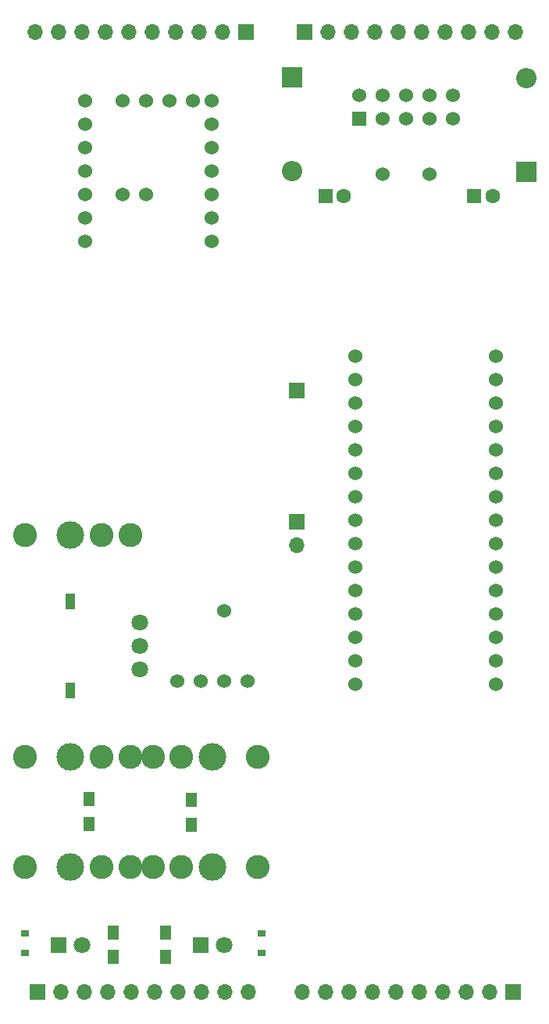
<source format=gbr>
G04 #@! TF.FileFunction,Soldermask,Bot*
%FSLAX46Y46*%
G04 Gerber Fmt 4.6, Leading zero omitted, Abs format (unit mm)*
G04 Created by KiCad (PCBNEW 4.0.7-e2-6376~58~ubuntu16.04.1) date Mon Jan 22 09:14:14 2018*
%MOMM*%
%LPD*%
G01*
G04 APERTURE LIST*
%ADD10C,0.100000*%
%ADD11C,1.524000*%
%ADD12R,1.600000X1.600000*%
%ADD13C,1.600000*%
%ADD14R,2.200000X2.200000*%
%ADD15O,2.200000X2.200000*%
%ADD16R,1.800000X1.800000*%
%ADD17C,1.800000*%
%ADD18R,0.900000X0.800000*%
%ADD19R,1.700000X1.700000*%
%ADD20O,1.700000X1.700000*%
%ADD21C,3.000000*%
%ADD22C,2.600000*%
%ADD23R,1.524000X1.524000*%
%ADD24R,1.300000X1.500000*%
%ADD25R,1.100000X1.800000*%
G04 APERTURE END LIST*
D10*
D11*
X78530000Y-89020000D03*
X78530000Y-91560000D03*
X78530000Y-94100000D03*
X78530000Y-96640000D03*
X78530000Y-99180000D03*
X78530000Y-101720000D03*
X78530000Y-104260000D03*
X78530000Y-106800000D03*
X78530000Y-109340000D03*
X78530000Y-111880000D03*
X78530000Y-114420000D03*
X78530000Y-116960000D03*
X78530000Y-119500000D03*
X78530000Y-122040000D03*
X78530000Y-124580000D03*
X93770000Y-124580000D03*
X93770000Y-122040000D03*
X93770000Y-119500000D03*
X93770000Y-116960000D03*
X93770000Y-114420000D03*
X93770000Y-111880000D03*
X93770000Y-109340000D03*
X93770000Y-106800000D03*
X93770000Y-104260000D03*
X93770000Y-101720000D03*
X93770000Y-99180000D03*
X93770000Y-96640000D03*
X93770000Y-94100000D03*
X93770000Y-91560000D03*
X93770000Y-89020000D03*
D12*
X75300000Y-71650000D03*
D13*
X77300000Y-71650000D03*
D12*
X91400000Y-71650000D03*
D13*
X93400000Y-71650000D03*
D11*
X81510000Y-69250000D03*
X86590000Y-69250000D03*
D14*
X71650000Y-58800000D03*
D15*
X71650000Y-68960000D03*
D14*
X97050000Y-69000000D03*
D15*
X97050000Y-58840000D03*
D16*
X46400000Y-152800000D03*
D17*
X48940000Y-152800000D03*
D16*
X61750000Y-152800000D03*
D17*
X64290000Y-152800000D03*
D18*
X42750000Y-151550000D03*
X42750000Y-153650000D03*
X68350000Y-151550000D03*
X68350000Y-153650000D03*
D11*
X49254000Y-68950000D03*
X49254000Y-66410000D03*
X49254000Y-63870000D03*
X49254000Y-61330000D03*
X49254000Y-71490000D03*
X49254000Y-74030000D03*
X49254000Y-76570000D03*
X53318000Y-61330000D03*
X55858000Y-61330000D03*
X58398000Y-61330000D03*
X60938000Y-61330000D03*
X53318000Y-71490000D03*
X55858000Y-71490000D03*
X62970000Y-68950000D03*
X62970000Y-66410000D03*
X62970000Y-63870000D03*
X62970000Y-61330000D03*
X62970000Y-71490000D03*
X62970000Y-74030000D03*
X62970000Y-76570000D03*
D19*
X72200000Y-106950000D03*
D20*
X72200000Y-109490000D03*
D19*
X72200000Y-92700000D03*
D21*
X47650000Y-108400000D03*
D22*
X42730000Y-108400000D03*
X51030000Y-108400000D03*
X54130000Y-108400000D03*
D11*
X84050000Y-60730000D03*
X86590000Y-60730000D03*
X89130000Y-60730000D03*
X81510000Y-60730000D03*
X78970000Y-60730000D03*
D23*
X78970000Y-63270000D03*
D11*
X81510000Y-63270000D03*
X84050000Y-63270000D03*
X86590000Y-63270000D03*
X89130000Y-63270000D03*
D21*
X47650000Y-144400000D03*
D22*
X42730000Y-144400000D03*
X51030000Y-144400000D03*
X54130000Y-144400000D03*
D21*
X63050000Y-144400000D03*
D22*
X67970000Y-144400000D03*
X59670000Y-144400000D03*
X56570000Y-144400000D03*
D21*
X47650000Y-132400000D03*
D22*
X42730000Y-132400000D03*
X51030000Y-132400000D03*
X54130000Y-132400000D03*
D21*
X63050000Y-132400000D03*
D22*
X67970000Y-132400000D03*
X59670000Y-132400000D03*
X56570000Y-132400000D03*
D24*
X52300000Y-151450000D03*
X52300000Y-154150000D03*
X57950000Y-151450000D03*
X57950000Y-154150000D03*
X49650000Y-137050000D03*
X49650000Y-139750000D03*
X60750000Y-137100000D03*
X60750000Y-139800000D03*
D17*
X55150000Y-122940000D03*
X55150000Y-117860000D03*
D25*
X47650000Y-125200000D03*
X47650000Y-115600000D03*
D17*
X55150000Y-120400000D03*
D11*
X64320000Y-124210000D03*
X66860000Y-124210000D03*
X61780000Y-124210000D03*
X59240000Y-124210000D03*
X64320000Y-116590000D03*
D19*
X73050000Y-53900000D03*
D20*
X75590000Y-53900000D03*
X78130000Y-53900000D03*
X80670000Y-53900000D03*
X83210000Y-53900000D03*
X85750000Y-53900000D03*
X88290000Y-53900000D03*
X90830000Y-53900000D03*
X93370000Y-53900000D03*
X95910000Y-53900000D03*
D19*
X95650000Y-157900000D03*
D20*
X93110000Y-157900000D03*
X90570000Y-157900000D03*
X88030000Y-157900000D03*
X85490000Y-157900000D03*
X82950000Y-157900000D03*
X80410000Y-157900000D03*
X77870000Y-157900000D03*
X75330000Y-157900000D03*
X72790000Y-157900000D03*
D19*
X66650000Y-53900000D03*
D20*
X64110000Y-53900000D03*
X61570000Y-53900000D03*
X59030000Y-53900000D03*
X56490000Y-53900000D03*
X53950000Y-53900000D03*
X51410000Y-53900000D03*
X48870000Y-53900000D03*
X46330000Y-53900000D03*
X43790000Y-53900000D03*
D19*
X44050000Y-157900000D03*
D20*
X46590000Y-157900000D03*
X49130000Y-157900000D03*
X51670000Y-157900000D03*
X54210000Y-157900000D03*
X56750000Y-157900000D03*
X59290000Y-157900000D03*
X61830000Y-157900000D03*
X64370000Y-157900000D03*
X66910000Y-157900000D03*
M02*

</source>
